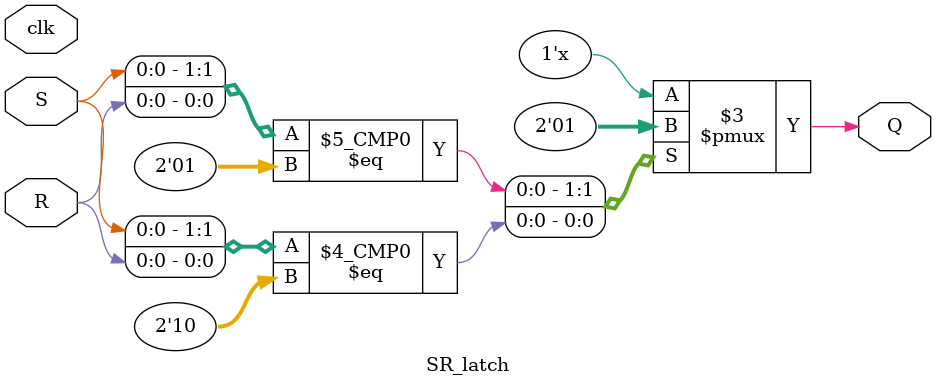
<source format=v>
module SR_latch(input S,R,clk,output reg Q);
  always @(clk or S or R)
    begin
        case({S,R})
          2'b00: Q<=Q;
          2'b01: Q<=0;
          2'b10: Q<=1;
          2'b11: Q<=1'bx;
          default: Q<=0;
        endcase
      end
endmodule

</source>
